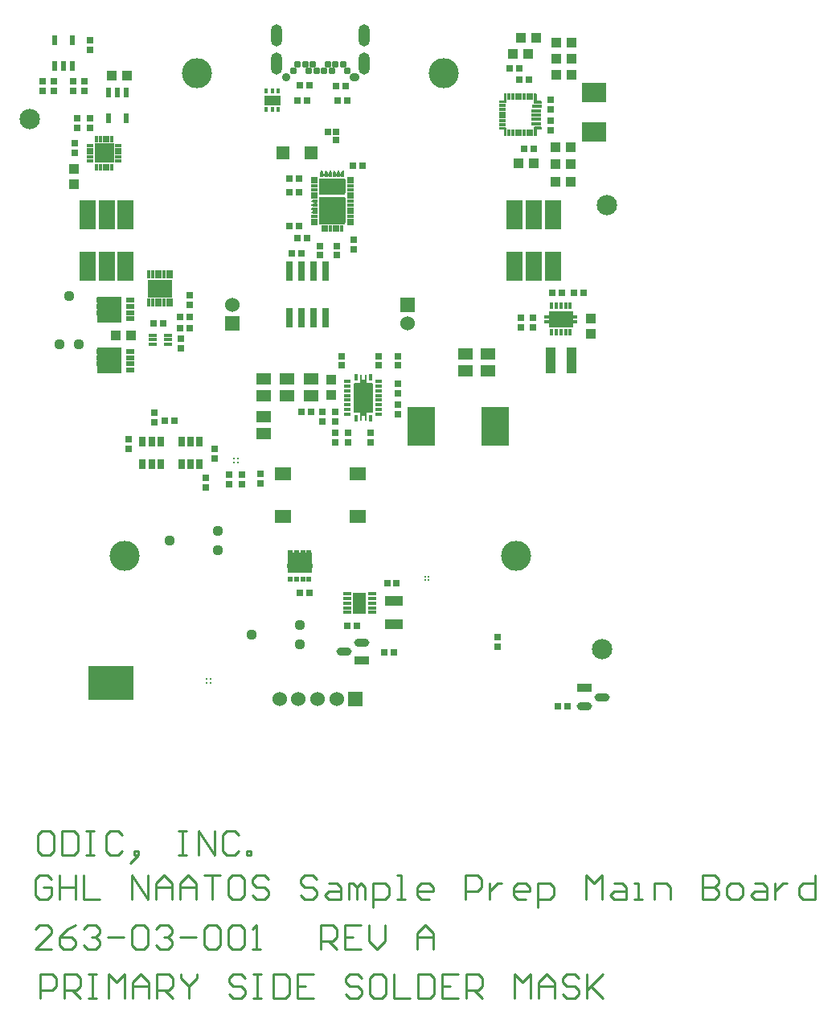
<source format=gts>
G04*
G04 #@! TF.GenerationSoftware,Altium Limited,Altium Designer,24.9.1 (31)*
G04*
G04 Layer_Color=8388736*
%FSLAX44Y44*%
%MOMM*%
G71*
G04*
G04 #@! TF.SameCoordinates,6C7A866E-41A3-4D12-9BD4-ECE58917465C*
G04*
G04*
G04 #@! TF.FilePolarity,Negative*
G04*
G01*
G75*
%ADD18C,0.2540*%
%ADD64C,0.2200*%
%ADD65R,0.7270X1.0270*%
%ADD66R,0.4270X0.5770*%
%ADD67R,1.7270X1.1270*%
%ADD68R,0.7270X2.1270*%
%ADD69R,0.7270X0.7270*%
%ADD70R,0.7270X0.7270*%
%ADD71R,2.7770X1.6570*%
%ADD72R,2.7770X2.8470*%
%ADD73R,0.7270X0.3270*%
%ADD74R,0.5270X0.3270*%
%ADD75R,0.3270X0.5270*%
%ADD76R,0.3270X0.7270*%
%ADD77R,2.0269X2.0269*%
%ADD78R,1.3770X1.3770*%
%ADD79R,1.1270X1.0770*%
%ADD80R,0.3310X0.8334*%
%ADD81R,2.5146X1.8288*%
%ADD82R,0.8382X0.3810*%
%ADD83R,1.4270X2.3270*%
%ADD84R,0.8270X0.5270*%
%ADD85R,2.6370X2.6770*%
%ADD86R,1.9270X1.1270*%
%ADD87R,1.6092X0.8165*%
G04:AMPARAMS|DCode=88|XSize=1.6092mm|YSize=0.8165mm|CornerRadius=0.4082mm|HoleSize=0mm|Usage=FLASHONLY|Rotation=180.000|XOffset=0mm|YOffset=0mm|HoleType=Round|Shape=RoundedRectangle|*
%AMROUNDEDRECTD88*
21,1,1.6092,0.0000,0,0,180.0*
21,1,0.7928,0.8165,0,0,180.0*
1,1,0.8165,-0.3964,0.0000*
1,1,0.8165,0.3964,0.0000*
1,1,0.8165,0.3964,0.0000*
1,1,0.8165,-0.3964,0.0000*
%
%ADD88ROUNDEDRECTD88*%
%ADD89R,0.3416X0.7016*%
%ADD90R,2.5016X1.7516*%
%ADD91R,2.6270X2.0270*%
%ADD92R,1.0770X1.1270*%
%ADD93R,2.8770X4.1270*%
%ADD94R,2.0500X3.0500*%
%ADD95R,0.7016X0.3416*%
%ADD96R,0.6270X1.1326*%
%ADD97R,1.1270X2.8270*%
%ADD98R,1.5770X1.2770*%
%ADD99R,0.4770X0.6270*%
%ADD100R,1.7270X3.1270*%
%ADD101R,1.6770X1.4270*%
%ADD102R,4.8270X3.5570*%
%ADD103C,0.2916*%
%ADD104R,0.3000X0.7000*%
%ADD105C,0.2575*%
%ADD106R,0.7000X0.3000*%
%ADD107C,0.2750*%
%ADD108R,0.3000X0.8000*%
%ADD109R,0.3000X0.7500*%
%ADD110R,0.3000X0.7800*%
%ADD111R,1.1000X0.3000*%
%ADD112R,1.0500X0.3000*%
%ADD113R,0.9270X0.3770*%
%ADD114R,0.8270X0.3770*%
%ADD115R,1.0270X1.1270*%
%ADD116C,2.1430*%
%ADD117C,1.1176*%
%ADD118O,1.2270X2.3270*%
%ADD119C,0.7770*%
%ADD120O,1.0770X0.8770*%
%ADD121C,0.8770*%
%ADD122C,1.5240*%
%ADD123R,1.5240X1.5240*%
%ADD124R,1.5240X1.5240*%
%ADD125C,3.1750*%
G36*
X521813Y687888D02*
X521113Y687188D01*
X513812D01*
Y689588D01*
X514412Y690188D01*
X518812D01*
X518812Y696588D01*
X519412Y697188D01*
X521813D01*
Y687888D01*
D02*
G37*
G36*
X553812Y696388D02*
Y689688D01*
X558112Y689688D01*
X558812Y688988D01*
Y687388D01*
X558112Y686688D01*
X551512Y686688D01*
X550812Y687388D01*
X550812Y697188D01*
X553013D01*
X553812Y696388D01*
D02*
G37*
G36*
X521012Y662188D02*
X521813Y661388D01*
X521813Y652188D01*
X519512D01*
X518812Y652888D01*
Y659188D01*
X514612Y659188D01*
X513812Y659988D01*
X513812Y662188D01*
X521012Y662188D01*
D02*
G37*
G36*
X558812Y662088D02*
Y660388D01*
X558112Y659688D01*
X553812D01*
Y652888D01*
X553112Y652188D01*
X550812D01*
X550812Y661988D01*
X551512Y662688D01*
X558212Y662688D01*
X558812Y662088D01*
D02*
G37*
G36*
X350795Y615426D02*
Y610426D01*
X350295Y609926D01*
X339765D01*
X339265Y610426D01*
Y612926D01*
X339265Y615426D01*
X339765Y615926D01*
X340765Y615926D01*
X341265Y615426D01*
X341265Y613176D01*
X341765Y612676D01*
X343265D01*
X343765Y613176D01*
Y615426D01*
X344265Y615926D01*
X345265Y615926D01*
X345765Y615426D01*
X345765Y613176D01*
X346265Y612676D01*
X347765D01*
X348265Y613176D01*
Y615426D01*
X348765Y615926D01*
X350295Y615926D01*
X350795Y615426D01*
D02*
G37*
G36*
X336765Y615926D02*
X337265Y615426D01*
X337265Y612926D01*
Y610426D01*
X336765Y609926D01*
X326235D01*
X325735Y610426D01*
Y615426D01*
X326235Y615926D01*
X327765Y615926D01*
X328265Y615426D01*
Y613176D01*
X328765Y612676D01*
X330265D01*
X330765Y613176D01*
X330765Y615426D01*
X331265Y615926D01*
X332265Y615926D01*
X332765Y615426D01*
Y613176D01*
X333265Y612676D01*
X334765D01*
X335265Y613176D01*
Y615426D01*
X335765Y615926D01*
X336765Y615926D01*
D02*
G37*
G36*
X360765Y608426D02*
Y607426D01*
X359765Y606426D01*
X354765D01*
X353765Y607426D01*
Y608426D01*
X354765Y609426D01*
X359765D01*
X360765Y608426D01*
D02*
G37*
G36*
X322765D02*
Y607426D01*
X321765Y606426D01*
X316765D01*
X315765Y607426D01*
Y608426D01*
X316765Y609426D01*
X321765D01*
X322765Y608426D01*
D02*
G37*
G36*
X360765Y604426D02*
Y603426D01*
X359765Y602426D01*
X354765D01*
X353765Y603426D01*
Y604426D01*
X354765Y605426D01*
X359765D01*
X360765Y604426D01*
D02*
G37*
G36*
X322765D02*
Y603426D01*
X321765Y602426D01*
X316765D01*
X315765Y603426D01*
Y604426D01*
X316765Y605426D01*
X321765D01*
X322765Y604426D01*
D02*
G37*
G36*
X360765Y600426D02*
Y599426D01*
X359765Y598426D01*
X354765D01*
X353765Y599426D01*
Y600426D01*
X354765Y601426D01*
X359765D01*
X360765Y600426D01*
D02*
G37*
G36*
X322765D02*
Y599426D01*
X321765Y598426D01*
X316765D01*
X315765Y599426D01*
Y600426D01*
X316765Y601426D01*
X321765D01*
X322765Y600426D01*
D02*
G37*
G36*
X360765Y596426D02*
Y595426D01*
X359765Y594426D01*
X354765D01*
X353765Y595426D01*
Y596426D01*
X354765Y597426D01*
X359765D01*
X360765Y596426D01*
D02*
G37*
G36*
X322765D02*
Y595426D01*
X321765Y594426D01*
X316765D01*
X315765Y595426D01*
Y596426D01*
X316765Y597426D01*
X321765D01*
X322765Y596426D01*
D02*
G37*
G36*
X352015Y606676D02*
Y592376D01*
X351015Y591376D01*
X325515D01*
X324515Y592376D01*
Y606676D01*
X325515Y607676D01*
X351015D01*
X352015Y606676D01*
D02*
G37*
G36*
X360765Y592426D02*
Y591426D01*
X359765Y590426D01*
X354765D01*
X353765Y591426D01*
Y592426D01*
X354765Y593426D01*
X359765D01*
X360765Y592426D01*
D02*
G37*
G36*
X322765D02*
Y591426D01*
X321765Y590426D01*
X316765D01*
X315765Y591426D01*
Y592426D01*
X316765Y593426D01*
X321765D01*
X322765Y592426D01*
D02*
G37*
G36*
X360765Y588426D02*
Y587426D01*
X359765Y586426D01*
X354765D01*
X353765Y587426D01*
Y588426D01*
X354765Y589426D01*
X359765D01*
X360765Y588426D01*
D02*
G37*
G36*
X322765D02*
Y587426D01*
X321765Y586426D01*
X316765D01*
X315765Y587426D01*
Y588426D01*
X316765Y589426D01*
X321765D01*
X322765Y588426D01*
D02*
G37*
G36*
X360765Y584426D02*
Y583426D01*
X359765Y582426D01*
X354765D01*
X353765Y583426D01*
Y584426D01*
X354765Y585426D01*
X359765D01*
X360765Y584426D01*
D02*
G37*
G36*
X322265Y584426D02*
Y579426D01*
X321765Y578926D01*
X316765D01*
X316265Y579426D01*
Y580426D01*
X316765Y580926D01*
X319015Y580926D01*
X319515Y581426D01*
Y582426D01*
X319015Y582926D01*
X316765Y582926D01*
X316265Y583426D01*
Y584426D01*
X316765Y584926D01*
X321765D01*
X322265Y584426D01*
D02*
G37*
G36*
X360765Y580426D02*
Y579426D01*
X359765Y578426D01*
X354765D01*
X353765Y579426D01*
Y580426D01*
X354765Y581426D01*
X359765D01*
X360765Y580426D01*
D02*
G37*
G36*
Y576426D02*
Y575426D01*
X359765Y574426D01*
X354765D01*
X353765Y575426D01*
Y576426D01*
X354765Y577426D01*
X359765D01*
X360765Y576426D01*
D02*
G37*
G36*
X322265Y576426D02*
X322265Y571426D01*
X321765Y570926D01*
X316765D01*
X316265Y571426D01*
Y572426D01*
X316765Y572926D01*
X319015Y572926D01*
X319515Y573426D01*
Y574426D01*
X319015Y574926D01*
X316765Y574926D01*
X316265Y575426D01*
Y576426D01*
X316765Y576926D01*
X321765D01*
X322265Y576426D01*
D02*
G37*
G36*
X360765Y572426D02*
Y571426D01*
X359765Y570426D01*
X354765D01*
X353765Y571426D01*
Y572426D01*
X354765Y573426D01*
X359765D01*
X360765Y572426D01*
D02*
G37*
G36*
Y568426D02*
Y567426D01*
X359765Y566426D01*
X354765D01*
X353765Y567426D01*
Y568426D01*
X354765Y569426D01*
X359765D01*
X360765Y568426D01*
D02*
G37*
G36*
X322765D02*
Y567426D01*
X321765Y566426D01*
X316765D01*
X315765Y567426D01*
Y568426D01*
X316765Y569426D01*
X321765D01*
X322765Y568426D01*
D02*
G37*
G36*
X360765Y564426D02*
Y563426D01*
X359765Y562426D01*
X354765D01*
X353765Y563426D01*
Y564426D01*
X354765Y565426D01*
X359765D01*
X360765Y564426D01*
D02*
G37*
G36*
X322765D02*
Y563426D01*
X321765Y562426D01*
X316765D01*
X315765Y563426D01*
Y564426D01*
X316765Y565426D01*
X321765D01*
X322765Y564426D01*
D02*
G37*
G36*
X352015Y587376D02*
Y561176D01*
X351015Y560176D01*
X325515D01*
X324515Y561176D01*
Y587376D01*
X325515Y588376D01*
X351015D01*
X352015Y587376D01*
D02*
G37*
G36*
X360765Y560426D02*
Y559426D01*
X359765Y558426D01*
X354765D01*
X353765Y559426D01*
Y560426D01*
X354765Y561426D01*
X359765D01*
X360765Y560426D01*
D02*
G37*
G36*
X322765D02*
Y559426D01*
X321765Y558426D01*
X316765D01*
X315765Y559426D01*
Y560426D01*
X316765Y561426D01*
X321765D01*
X322765Y560426D01*
D02*
G37*
G36*
X349765Y557426D02*
Y552426D01*
X348765Y551426D01*
X347765D01*
X346765Y552426D01*
Y557426D01*
X347765Y558426D01*
X348765D01*
X349765Y557426D01*
D02*
G37*
G36*
X345765D02*
Y552426D01*
X344765Y551426D01*
X343765D01*
X342765Y552426D01*
Y557426D01*
X343765Y558426D01*
X344765D01*
X345765Y557426D01*
D02*
G37*
G36*
X341765D02*
Y552426D01*
X340765Y551426D01*
X339765D01*
X338765Y552426D01*
Y557426D01*
X339765Y558426D01*
X340765D01*
X341765Y557426D01*
D02*
G37*
G36*
X337765D02*
Y552426D01*
X336765Y551426D01*
X335765D01*
X334765Y552426D01*
Y557426D01*
X335765Y558426D01*
X336765D01*
X337765Y557426D01*
D02*
G37*
G36*
X333765D02*
Y552426D01*
X332765Y551426D01*
X331765D01*
X330765Y552426D01*
Y557426D01*
X331765Y558426D01*
X332765D01*
X333765Y557426D01*
D02*
G37*
G36*
X329765D02*
Y552426D01*
X328765Y551426D01*
X327765D01*
X326765Y552426D01*
Y557426D01*
X327765Y558426D01*
X328765D01*
X329765Y557426D01*
D02*
G37*
G36*
X596500Y460500D02*
X591000D01*
Y464000D01*
X596500D01*
Y460500D01*
D02*
G37*
G36*
X567000D02*
X561500D01*
Y464000D01*
X567000D01*
Y460500D01*
D02*
G37*
G36*
X115171Y482240D02*
X115271Y482210D01*
X115363Y482160D01*
X115444Y482094D01*
X115510Y482013D01*
X115560Y481921D01*
X115590Y481821D01*
X115600Y481717D01*
Y458283D01*
X115590Y458179D01*
X115560Y458079D01*
X115510Y457987D01*
X115444Y457906D01*
X115363Y457840D01*
X115271Y457790D01*
X115171Y457760D01*
X115068Y457750D01*
X98383D01*
X98279Y457760D01*
X98179Y457790D01*
X98087Y457840D01*
X98006Y457906D01*
X97940Y457987D01*
X97891Y458079D01*
X97860Y458179D01*
X97850Y458283D01*
Y458750D01*
X95750D01*
Y461750D01*
X97850D01*
Y465250D01*
X95750D01*
Y468250D01*
X97850D01*
Y471750D01*
X95750D01*
Y474750D01*
X97850D01*
Y478250D01*
X95750D01*
Y481250D01*
X97850D01*
Y481717D01*
X97860Y481821D01*
X97891Y481921D01*
X97940Y482013D01*
X98006Y482094D01*
X98087Y482160D01*
X98179Y482210D01*
X98279Y482240D01*
X98383Y482250D01*
X115068D01*
X115171Y482240D01*
D02*
G37*
G36*
X596500Y455500D02*
X591000D01*
Y459000D01*
X596500D01*
Y455500D01*
D02*
G37*
G36*
X567000D02*
X561500D01*
Y459000D01*
X567000D01*
Y455500D01*
D02*
G37*
G36*
X115171Y428240D02*
X115271Y428209D01*
X115363Y428160D01*
X115444Y428094D01*
X115510Y428013D01*
X115560Y427921D01*
X115590Y427821D01*
X115600Y427718D01*
Y404282D01*
X115590Y404179D01*
X115560Y404079D01*
X115510Y403987D01*
X115444Y403906D01*
X115363Y403840D01*
X115271Y403791D01*
X115171Y403760D01*
X115068Y403750D01*
X98383D01*
X98279Y403760D01*
X98179Y403791D01*
X98087Y403840D01*
X98006Y403906D01*
X97940Y403987D01*
X97891Y404079D01*
X97860Y404179D01*
X97850Y404282D01*
Y404750D01*
X95750D01*
Y407750D01*
X97850D01*
Y411250D01*
X95750D01*
Y414250D01*
X97850D01*
Y417750D01*
X95750D01*
Y420750D01*
X97850D01*
Y424250D01*
X95750D01*
Y427250D01*
X97850D01*
Y427718D01*
X97860Y427821D01*
X97891Y427921D01*
X97940Y428013D01*
X98006Y428094D01*
X98087Y428160D01*
X98179Y428209D01*
X98279Y428240D01*
X98383Y428250D01*
X115068D01*
X115171Y428240D01*
D02*
G37*
G36*
X374749Y400794D02*
Y392751D01*
X374759Y392653D01*
X374787Y392559D01*
X374833Y392473D01*
X374896Y392397D01*
X374971Y392335D01*
X375058Y392289D01*
X375152Y392260D01*
X375249Y392251D01*
X380542D01*
X381249Y391544D01*
Y362458D01*
X380542Y361751D01*
X375249D01*
X375152Y361741D01*
X375058Y361713D01*
X374971Y361666D01*
X374896Y361604D01*
X374833Y361529D01*
X374787Y361442D01*
X374759Y361348D01*
X374749Y361251D01*
Y353208D01*
X374042Y352501D01*
X373456D01*
X372749Y353208D01*
Y357251D01*
X372740Y357348D01*
X372711Y357442D01*
X372665Y357528D01*
X372603Y357604D01*
X372527Y357667D01*
X372441Y357713D01*
X372347Y357741D01*
X372249Y357751D01*
X369749D01*
X369652Y357741D01*
X369558Y357713D01*
X369471Y357667D01*
X369396Y357604D01*
X369333Y357528D01*
X369287Y357442D01*
X369259Y357348D01*
X369249Y357251D01*
Y353208D01*
X368542Y352501D01*
X367956D01*
X367249Y353208D01*
Y361251D01*
X367240Y361348D01*
X367211Y361442D01*
X367165Y361529D01*
X367103Y361604D01*
X367027Y361666D01*
X366940Y361713D01*
X366847Y361741D01*
X366749Y361751D01*
X361456D01*
X360749Y362458D01*
Y391544D01*
X361456Y392251D01*
X366749D01*
X366847Y392260D01*
X366940Y392289D01*
X367027Y392335D01*
X367103Y392397D01*
X367165Y392473D01*
X367211Y392559D01*
X367240Y392653D01*
X367249Y392751D01*
Y400794D01*
X367956Y401501D01*
X368542D01*
X369249Y400794D01*
Y396751D01*
X369259Y396653D01*
X369287Y396559D01*
X369333Y396473D01*
X369396Y396397D01*
X369471Y396335D01*
X369558Y396289D01*
X369652Y396260D01*
X369749Y396251D01*
X372249D01*
X372347Y396260D01*
X372441Y396289D01*
X372527Y396335D01*
X372603Y396397D01*
X372665Y396473D01*
X372711Y396559D01*
X372740Y396653D01*
X372749Y396751D01*
Y400794D01*
X373456Y401501D01*
X374042D01*
X374749Y400794D01*
D02*
G37*
G36*
X316750Y202250D02*
X317500D01*
Y197750D01*
X316750D01*
Y193250D01*
X291250D01*
Y197750D01*
X290500D01*
Y202250D01*
X291250D01*
Y214000D01*
X316750D01*
Y202250D01*
D02*
G37*
D18*
X30904Y-255180D02*
Y-229788D01*
X43600D01*
X47832Y-234021D01*
Y-242484D01*
X43600Y-246716D01*
X30904D01*
X56296Y-255180D02*
Y-229788D01*
X68992D01*
X73224Y-234021D01*
Y-242484D01*
X68992Y-246716D01*
X56296D01*
X64760D02*
X73224Y-255180D01*
X81688Y-229788D02*
X90152D01*
X85920D01*
Y-255180D01*
X81688D01*
X90152D01*
X102848D02*
Y-229788D01*
X111312Y-238253D01*
X119775Y-229788D01*
Y-255180D01*
X128239D02*
Y-238253D01*
X136703Y-229788D01*
X145167Y-238253D01*
Y-255180D01*
Y-242484D01*
X128239D01*
X153631Y-255180D02*
Y-229788D01*
X166327D01*
X170559Y-234021D01*
Y-242484D01*
X166327Y-246716D01*
X153631D01*
X162095D02*
X170559Y-255180D01*
X179023Y-229788D02*
Y-234021D01*
X187487Y-242484D01*
X195951Y-234021D01*
Y-229788D01*
X187487Y-242484D02*
Y-255180D01*
X246735Y-234021D02*
X242502Y-229788D01*
X234039D01*
X229807Y-234021D01*
Y-238253D01*
X234039Y-242484D01*
X242502D01*
X246735Y-246716D01*
Y-250948D01*
X242502Y-255180D01*
X234039D01*
X229807Y-250948D01*
X255198Y-229788D02*
X263662D01*
X259430D01*
Y-255180D01*
X255198D01*
X263662D01*
X276358Y-229788D02*
Y-255180D01*
X289054D01*
X293286Y-250948D01*
Y-234021D01*
X289054Y-229788D01*
X276358D01*
X318678D02*
X301750D01*
Y-255180D01*
X318678D01*
X301750Y-242484D02*
X310214D01*
X369462Y-234021D02*
X365229Y-229788D01*
X356766D01*
X352534Y-234021D01*
Y-238253D01*
X356766Y-242484D01*
X365229D01*
X369462Y-246716D01*
Y-250948D01*
X365229Y-255180D01*
X356766D01*
X352534Y-250948D01*
X390621Y-229788D02*
X382157D01*
X377925Y-234021D01*
Y-250948D01*
X382157Y-255180D01*
X390621D01*
X394853Y-250948D01*
Y-234021D01*
X390621Y-229788D01*
X403317D02*
Y-255180D01*
X420245D01*
X428709Y-229788D02*
Y-255180D01*
X441405D01*
X445637Y-250948D01*
Y-234021D01*
X441405Y-229788D01*
X428709D01*
X471029D02*
X454101D01*
Y-255180D01*
X471029D01*
X454101Y-242484D02*
X462565D01*
X479493Y-255180D02*
Y-229788D01*
X492188D01*
X496420Y-234021D01*
Y-242484D01*
X492188Y-246716D01*
X479493D01*
X487957D02*
X496420Y-255180D01*
X530276D02*
Y-229788D01*
X538740Y-238253D01*
X547204Y-229788D01*
Y-255180D01*
X555668D02*
Y-238253D01*
X564132Y-229788D01*
X572596Y-238253D01*
Y-255180D01*
Y-242484D01*
X555668D01*
X597988Y-234021D02*
X593756Y-229788D01*
X585292D01*
X581060Y-234021D01*
Y-238253D01*
X585292Y-242484D01*
X593756D01*
X597988Y-246716D01*
Y-250948D01*
X593756Y-255180D01*
X585292D01*
X581060Y-250948D01*
X606452Y-229788D02*
Y-255180D01*
Y-246716D01*
X623379Y-229788D01*
X610684Y-242484D01*
X623379Y-255180D01*
X40860Y-78511D02*
X32396D01*
X28164Y-82743D01*
Y-99670D01*
X32396Y-103902D01*
X40860D01*
X45092Y-99670D01*
Y-82743D01*
X40860Y-78511D01*
X53556D02*
Y-103902D01*
X66252D01*
X70484Y-99670D01*
Y-82743D01*
X66252Y-78511D01*
X53556D01*
X78948D02*
X87412D01*
X83180D01*
Y-103902D01*
X78948D01*
X87412D01*
X117036Y-82743D02*
X112803Y-78511D01*
X104340D01*
X100108Y-82743D01*
Y-99670D01*
X104340Y-103902D01*
X112803D01*
X117036Y-99670D01*
X129731Y-108134D02*
X133963Y-103902D01*
Y-99670D01*
X129731D01*
Y-103902D01*
X133963D01*
X129731Y-108134D01*
X125499Y-112366D01*
X176283Y-78511D02*
X184747D01*
X180515D01*
Y-103902D01*
X176283D01*
X184747D01*
X197443D02*
Y-78511D01*
X214371Y-103902D01*
Y-78511D01*
X239762Y-82743D02*
X235530Y-78511D01*
X227067D01*
X222835Y-82743D01*
Y-99670D01*
X227067Y-103902D01*
X235530D01*
X239762Y-99670D01*
X248226Y-103902D02*
Y-99670D01*
X252458D01*
Y-103902D01*
X248226D01*
X42345Y-129868D02*
X38114Y-125636D01*
X29650D01*
X25418Y-129868D01*
Y-146796D01*
X29650Y-151028D01*
X38114D01*
X42345Y-146796D01*
Y-138332D01*
X33882D01*
X50809Y-125636D02*
Y-151028D01*
Y-138332D01*
X67737D01*
Y-125636D01*
Y-151028D01*
X76201Y-125636D02*
Y-151028D01*
X93129D01*
X126985D02*
Y-125636D01*
X143913Y-151028D01*
Y-125636D01*
X152377Y-151028D02*
Y-134100D01*
X160841Y-125636D01*
X169305Y-134100D01*
Y-151028D01*
Y-138332D01*
X152377D01*
X177768Y-151028D02*
Y-134100D01*
X186232Y-125636D01*
X194696Y-134100D01*
Y-151028D01*
Y-138332D01*
X177768D01*
X203160Y-125636D02*
X220088D01*
X211624D01*
Y-151028D01*
X241248Y-125636D02*
X232784D01*
X228552Y-129868D01*
Y-146796D01*
X232784Y-151028D01*
X241248D01*
X245480Y-146796D01*
Y-129868D01*
X241248Y-125636D01*
X270872Y-129868D02*
X266640Y-125636D01*
X258176D01*
X253944Y-129868D01*
Y-134100D01*
X258176Y-138332D01*
X266640D01*
X270872Y-142564D01*
Y-146796D01*
X266640Y-151028D01*
X258176D01*
X253944Y-146796D01*
X321655Y-129868D02*
X317423Y-125636D01*
X308959D01*
X304727Y-129868D01*
Y-134100D01*
X308959Y-138332D01*
X317423D01*
X321655Y-142564D01*
Y-146796D01*
X317423Y-151028D01*
X308959D01*
X304727Y-146796D01*
X334351Y-134100D02*
X342815D01*
X347047Y-138332D01*
Y-151028D01*
X334351D01*
X330119Y-146796D01*
X334351Y-142564D01*
X347047D01*
X355511Y-151028D02*
Y-134100D01*
X359743D01*
X363975Y-138332D01*
Y-151028D01*
Y-138332D01*
X368207Y-134100D01*
X372439Y-138332D01*
Y-151028D01*
X380903Y-159492D02*
Y-134100D01*
X393599D01*
X397831Y-138332D01*
Y-146796D01*
X393599Y-151028D01*
X380903D01*
X406295D02*
X414759D01*
X410527D01*
Y-125636D01*
X406295D01*
X440150Y-151028D02*
X431686D01*
X427454Y-146796D01*
Y-138332D01*
X431686Y-134100D01*
X440150D01*
X444382Y-138332D01*
Y-142564D01*
X427454D01*
X478238Y-151028D02*
Y-125636D01*
X490934D01*
X495166Y-129868D01*
Y-138332D01*
X490934Y-142564D01*
X478238D01*
X503630Y-134100D02*
Y-151028D01*
Y-142564D01*
X507862Y-138332D01*
X512094Y-134100D01*
X516326D01*
X541717Y-151028D02*
X533254D01*
X529022Y-146796D01*
Y-138332D01*
X533254Y-134100D01*
X541717D01*
X545950Y-138332D01*
Y-142564D01*
X529022D01*
X554413Y-159492D02*
Y-134100D01*
X567109D01*
X571341Y-138332D01*
Y-146796D01*
X567109Y-151028D01*
X554413D01*
X605197D02*
Y-125636D01*
X613661Y-134100D01*
X622125Y-125636D01*
Y-151028D01*
X634821Y-134100D02*
X643285D01*
X647517Y-138332D01*
Y-151028D01*
X634821D01*
X630589Y-146796D01*
X634821Y-142564D01*
X647517D01*
X655981Y-151028D02*
X664445D01*
X660213D01*
Y-134100D01*
X655981D01*
X677140Y-151028D02*
Y-134100D01*
X689836D01*
X694068Y-138332D01*
Y-151028D01*
X727924Y-125636D02*
Y-151028D01*
X740620D01*
X744852Y-146796D01*
Y-142564D01*
X740620Y-138332D01*
X727924D01*
X740620D01*
X744852Y-134100D01*
Y-129868D01*
X740620Y-125636D01*
X727924D01*
X757548Y-151028D02*
X766012D01*
X770244Y-146796D01*
Y-138332D01*
X766012Y-134100D01*
X757548D01*
X753316Y-138332D01*
Y-146796D01*
X757548Y-151028D01*
X782940Y-134100D02*
X791404D01*
X795636Y-138332D01*
Y-151028D01*
X782940D01*
X778708Y-146796D01*
X782940Y-142564D01*
X795636D01*
X804099Y-134100D02*
Y-151028D01*
Y-142564D01*
X808331Y-138332D01*
X812563Y-134100D01*
X816795D01*
X846419Y-125636D02*
Y-151028D01*
X833723D01*
X829491Y-146796D01*
Y-138332D01*
X833723Y-134100D01*
X846419D01*
X42732Y-203110D02*
X25804D01*
X42732Y-186182D01*
Y-181950D01*
X38500Y-177719D01*
X30036D01*
X25804Y-181950D01*
X68124Y-177719D02*
X59660Y-181950D01*
X51196Y-190415D01*
Y-198878D01*
X55428Y-203110D01*
X63892D01*
X68124Y-198878D01*
Y-194646D01*
X63892Y-190415D01*
X51196D01*
X76588Y-181950D02*
X80820Y-177719D01*
X89284D01*
X93516Y-181950D01*
Y-186182D01*
X89284Y-190415D01*
X85052D01*
X89284D01*
X93516Y-194646D01*
Y-198878D01*
X89284Y-203110D01*
X80820D01*
X76588Y-198878D01*
X101980Y-190415D02*
X118907D01*
X127371Y-181950D02*
X131603Y-177719D01*
X140067D01*
X144299Y-181950D01*
Y-198878D01*
X140067Y-203110D01*
X131603D01*
X127371Y-198878D01*
Y-181950D01*
X152763D02*
X156995Y-177719D01*
X165459D01*
X169691Y-181950D01*
Y-186182D01*
X165459Y-190415D01*
X161227D01*
X165459D01*
X169691Y-194646D01*
Y-198878D01*
X165459Y-203110D01*
X156995D01*
X152763Y-198878D01*
X178155Y-190415D02*
X195083D01*
X203547Y-181950D02*
X207779Y-177719D01*
X216243D01*
X220475Y-181950D01*
Y-198878D01*
X216243Y-203110D01*
X207779D01*
X203547Y-198878D01*
Y-181950D01*
X228939D02*
X233171Y-177719D01*
X241634D01*
X245866Y-181950D01*
Y-198878D01*
X241634Y-203110D01*
X233171D01*
X228939Y-198878D01*
Y-181950D01*
X254330Y-203110D02*
X262794D01*
X258562D01*
Y-177719D01*
X254330Y-181950D01*
X326274Y-203110D02*
Y-177719D01*
X338970D01*
X343202Y-181950D01*
Y-190415D01*
X338970Y-194646D01*
X326274D01*
X334738D02*
X343202Y-203110D01*
X368593Y-177719D02*
X351666D01*
Y-203110D01*
X368593D01*
X351666Y-190415D02*
X360130D01*
X377057Y-177719D02*
Y-194646D01*
X385521Y-203110D01*
X393985Y-194646D01*
Y-177719D01*
X427841Y-203110D02*
Y-186182D01*
X436305Y-177719D01*
X444769Y-186182D01*
Y-203110D01*
Y-190415D01*
X427841D01*
D64*
X210000Y77000D02*
D03*
X206000D02*
D03*
X210000Y81000D02*
D03*
X206000D02*
D03*
X235000Y313000D02*
D03*
X239000D02*
D03*
X235000Y309000D02*
D03*
X239000D02*
D03*
X435999Y189000D02*
D03*
X440000D02*
D03*
X435999Y185000D02*
D03*
X440000D02*
D03*
D65*
X138500Y331000D02*
D03*
X148000D02*
D03*
X157500D02*
D03*
Y307000D02*
D03*
X148000D02*
D03*
X138500D02*
D03*
X179500Y331000D02*
D03*
X189000D02*
D03*
X198500D02*
D03*
Y307000D02*
D03*
X189000D02*
D03*
X179500D02*
D03*
D66*
X275000Y699750D02*
D03*
Y680250D02*
D03*
X281500Y699750D02*
D03*
Y680250D02*
D03*
X268500Y699750D02*
D03*
Y680250D02*
D03*
D67*
X275000Y690000D02*
D03*
D68*
X306000Y510000D02*
D03*
X318700D02*
D03*
X306000Y461000D02*
D03*
X318700D02*
D03*
X293300Y510000D02*
D03*
X331400D02*
D03*
X293300Y461000D02*
D03*
X331400D02*
D03*
D69*
X306000Y529000D02*
D03*
X296000D02*
D03*
X312000Y545000D02*
D03*
X302000D02*
D03*
X370000Y621000D02*
D03*
X360000D02*
D03*
X303265Y592926D02*
D03*
X293265D02*
D03*
X178000Y462000D02*
D03*
X188000D02*
D03*
X162000Y353000D02*
D03*
X172000D02*
D03*
X150000Y455000D02*
D03*
X160000D02*
D03*
X396000Y182000D02*
D03*
X406000D02*
D03*
X354000Y137000D02*
D03*
X364000D02*
D03*
X403000Y109000D02*
D03*
X393000D02*
D03*
X352000Y705000D02*
D03*
X342000D02*
D03*
X304000Y706000D02*
D03*
X314000D02*
D03*
X550312Y638688D02*
D03*
X540312D02*
D03*
X525312Y723688D02*
D03*
X535312D02*
D03*
X293250Y558000D02*
D03*
X303250D02*
D03*
X302000Y690000D02*
D03*
X312000D02*
D03*
X354000D02*
D03*
X344000D02*
D03*
X293265Y607926D02*
D03*
X303265D02*
D03*
X316000Y362000D02*
D03*
X306000D02*
D03*
X593000Y487500D02*
D03*
X603000D02*
D03*
X570000D02*
D03*
X580000D02*
D03*
X304000Y172000D02*
D03*
X314000D02*
D03*
X586000Y52000D02*
D03*
X576000D02*
D03*
X535312Y711688D02*
D03*
X545312D02*
D03*
X178000Y450000D02*
D03*
X188000D02*
D03*
D70*
X361000Y543000D02*
D03*
Y533000D02*
D03*
X67000Y645000D02*
D03*
Y635000D02*
D03*
X83000Y753000D02*
D03*
Y743000D02*
D03*
X188000Y485000D02*
D03*
Y475000D02*
D03*
X230000Y296000D02*
D03*
Y286000D02*
D03*
X243000Y296000D02*
D03*
Y286000D02*
D03*
X263000Y297000D02*
D03*
Y287000D02*
D03*
X512000Y125000D02*
D03*
Y115000D02*
D03*
X205000Y292500D02*
D03*
Y282500D02*
D03*
X214000Y313000D02*
D03*
Y323000D02*
D03*
X151000Y351000D02*
D03*
Y361000D02*
D03*
X124000Y323000D02*
D03*
Y333000D02*
D03*
X537000Y451500D02*
D03*
Y461500D02*
D03*
X33000Y710000D02*
D03*
Y700000D02*
D03*
X65000Y710000D02*
D03*
Y700000D02*
D03*
X343000Y537000D02*
D03*
Y527000D02*
D03*
X325000Y537000D02*
D03*
Y527000D02*
D03*
X45000Y700000D02*
D03*
Y710000D02*
D03*
X77000Y700000D02*
D03*
Y710000D02*
D03*
X342500Y657000D02*
D03*
Y648000D02*
D03*
X333500Y657000D02*
D03*
X407000Y392000D02*
D03*
Y382000D02*
D03*
Y370000D02*
D03*
Y360000D02*
D03*
X328000Y352000D02*
D03*
Y362000D02*
D03*
X379000Y330000D02*
D03*
Y340000D02*
D03*
X550000Y461500D02*
D03*
Y451500D02*
D03*
X407000Y421000D02*
D03*
Y411000D02*
D03*
X341000Y340000D02*
D03*
Y330000D02*
D03*
Y362000D02*
D03*
Y352000D02*
D03*
X355000Y340000D02*
D03*
Y330000D02*
D03*
X387000Y411000D02*
D03*
Y421000D02*
D03*
X348000D02*
D03*
Y411000D02*
D03*
X70000Y671000D02*
D03*
Y661000D02*
D03*
X83000D02*
D03*
Y671000D02*
D03*
X568312Y668688D02*
D03*
Y658688D02*
D03*
Y680688D02*
D03*
Y690688D02*
D03*
X179000Y429000D02*
D03*
Y439000D02*
D03*
D71*
X338265Y599526D02*
D03*
D72*
Y574276D02*
D03*
D73*
X319265Y559926D02*
D03*
Y563926D02*
D03*
Y567926D02*
D03*
Y587926D02*
D03*
Y591926D02*
D03*
Y595926D02*
D03*
Y599926D02*
D03*
Y603926D02*
D03*
Y607926D02*
D03*
X357265D02*
D03*
Y603926D02*
D03*
Y599926D02*
D03*
Y595926D02*
D03*
Y591926D02*
D03*
Y587926D02*
D03*
Y583926D02*
D03*
Y579926D02*
D03*
Y575926D02*
D03*
Y571926D02*
D03*
Y567926D02*
D03*
Y563926D02*
D03*
Y559926D02*
D03*
X112500Y630500D02*
D03*
X83500Y634500D02*
D03*
X112500D02*
D03*
X83500Y638500D02*
D03*
X112500D02*
D03*
X83500Y630500D02*
D03*
Y642500D02*
D03*
X112500D02*
D03*
X83500Y626500D02*
D03*
X112500D02*
D03*
D74*
X320265Y571926D02*
D03*
Y575926D02*
D03*
Y579926D02*
D03*
Y583926D02*
D03*
D75*
X327265Y611926D02*
D03*
X331765D02*
D03*
X336265D02*
D03*
X340265D02*
D03*
X344765D02*
D03*
X349265D02*
D03*
D76*
X348265Y554926D02*
D03*
X344265D02*
D03*
X340265D02*
D03*
X336265D02*
D03*
X332265D02*
D03*
X328265D02*
D03*
X98000Y649000D02*
D03*
Y620000D02*
D03*
X94000Y649000D02*
D03*
X102000D02*
D03*
X94000Y620000D02*
D03*
X102000D02*
D03*
X90000Y649000D02*
D03*
X106000D02*
D03*
X90000Y620000D02*
D03*
X106000D02*
D03*
D77*
X98000Y634500D02*
D03*
D78*
X316000Y635000D02*
D03*
X286000D02*
D03*
D79*
X66000Y602000D02*
D03*
Y618000D02*
D03*
X337000Y396000D02*
D03*
Y380000D02*
D03*
X611000Y460500D02*
D03*
Y444500D02*
D03*
D80*
X169000Y506962D02*
D03*
X165000D02*
D03*
X161000D02*
D03*
X157000D02*
D03*
X153000D02*
D03*
X149000D02*
D03*
X145000D02*
D03*
Y477038D02*
D03*
X149000D02*
D03*
X153000D02*
D03*
X157000D02*
D03*
X161000D02*
D03*
X165000D02*
D03*
X169000D02*
D03*
D81*
X157000Y492000D02*
D03*
D82*
X379908Y151000D02*
D03*
Y156000D02*
D03*
Y161000D02*
D03*
Y166000D02*
D03*
Y171000D02*
D03*
X354000D02*
D03*
Y166000D02*
D03*
Y161000D02*
D03*
Y156000D02*
D03*
Y151000D02*
D03*
D83*
X366954Y161000D02*
D03*
D84*
X125500Y406250D02*
D03*
Y412750D02*
D03*
Y419250D02*
D03*
Y425750D02*
D03*
X94500D02*
D03*
Y419250D02*
D03*
Y412750D02*
D03*
Y466750D02*
D03*
Y473250D02*
D03*
Y479750D02*
D03*
X125500D02*
D03*
Y473250D02*
D03*
Y466750D02*
D03*
Y460250D02*
D03*
D85*
X103550Y416000D02*
D03*
Y470000D02*
D03*
D86*
X403000Y138500D02*
D03*
Y163500D02*
D03*
D87*
X369255Y100500D02*
D03*
X603745Y71500D02*
D03*
D88*
X369255Y119500D02*
D03*
X350745Y110000D02*
D03*
X603745Y52500D02*
D03*
X622255Y62000D02*
D03*
D89*
X569000Y445750D02*
D03*
X574000D02*
D03*
X579000D02*
D03*
X584000D02*
D03*
X589000D02*
D03*
Y473750D02*
D03*
X584000D02*
D03*
X579000D02*
D03*
X574000D02*
D03*
X569000D02*
D03*
X363499Y355500D02*
D03*
Y398500D02*
D03*
X378499D02*
D03*
Y355500D02*
D03*
D90*
X579000Y459750D02*
D03*
D91*
X614313Y657188D02*
D03*
Y698188D02*
D03*
D92*
X550313Y623688D02*
D03*
X534313D02*
D03*
X106000Y716000D02*
D03*
X122000D02*
D03*
X537000Y756000D02*
D03*
X553000D02*
D03*
X528312Y738688D02*
D03*
X544313D02*
D03*
X589313Y640688D02*
D03*
X573312D02*
D03*
X589313Y622688D02*
D03*
X573312D02*
D03*
X589313Y604688D02*
D03*
X573312D02*
D03*
X590312Y733688D02*
D03*
X574313D02*
D03*
X590312Y716687D02*
D03*
X574313D02*
D03*
X590312Y750687D02*
D03*
X574313D02*
D03*
D93*
X432250Y347000D02*
D03*
X509750D02*
D03*
D94*
X370999Y377001D02*
D03*
D95*
X354500Y359501D02*
D03*
Y364501D02*
D03*
Y369501D02*
D03*
Y374501D02*
D03*
Y379501D02*
D03*
Y384501D02*
D03*
Y389501D02*
D03*
Y394501D02*
D03*
X387500D02*
D03*
Y389501D02*
D03*
Y384501D02*
D03*
Y379501D02*
D03*
Y374501D02*
D03*
Y369501D02*
D03*
Y364501D02*
D03*
Y359501D02*
D03*
D96*
X45500Y726472D02*
D03*
X55000D02*
D03*
X64500D02*
D03*
Y753528D02*
D03*
X45500D02*
D03*
X121500Y671472D02*
D03*
X102500D02*
D03*
Y698528D02*
D03*
X112000D02*
D03*
X121500D02*
D03*
D97*
X590000Y416500D02*
D03*
X568000D02*
D03*
D98*
X266000Y357000D02*
D03*
Y339000D02*
D03*
Y379000D02*
D03*
Y397000D02*
D03*
X291000Y379000D02*
D03*
Y397000D02*
D03*
X316000Y379000D02*
D03*
Y397000D02*
D03*
X502436Y405000D02*
D03*
Y423000D02*
D03*
X478436Y405000D02*
D03*
Y423000D02*
D03*
D99*
X294250Y186000D02*
D03*
X300750D02*
D03*
X307250D02*
D03*
X313750D02*
D03*
Y214000D02*
D03*
X307250D02*
D03*
X300750D02*
D03*
X294250D02*
D03*
D100*
X100600Y515850D02*
D03*
Y569850D02*
D03*
X120600Y515850D02*
D03*
X80600D02*
D03*
X120600Y569850D02*
D03*
X80600D02*
D03*
X550600Y515850D02*
D03*
Y569850D02*
D03*
X570600Y515850D02*
D03*
X530600D02*
D03*
X570600Y569850D02*
D03*
X530600D02*
D03*
D101*
X286005Y296820D02*
D03*
Y251820D02*
D03*
X365505D02*
D03*
Y296820D02*
D03*
D102*
X105000Y77000D02*
D03*
D103*
X552625Y688375D02*
D03*
D104*
X548312Y693688D02*
D03*
X544313D02*
D03*
X540312D02*
D03*
X536312D02*
D03*
X532313D02*
D03*
X528312D02*
D03*
X524313D02*
D03*
X536312Y655688D02*
D03*
X540312D02*
D03*
X544313D02*
D03*
X548312D02*
D03*
D105*
X516937Y688813D02*
D03*
D106*
X517313Y684688D02*
D03*
Y680688D02*
D03*
Y676688D02*
D03*
Y672688D02*
D03*
Y668688D02*
D03*
Y664688D02*
D03*
D107*
X520000Y660375D02*
D03*
X552625Y660875D02*
D03*
D108*
X524313Y656188D02*
D03*
D109*
X528312Y655938D02*
D03*
D110*
X532313Y656088D02*
D03*
D111*
X553312Y665688D02*
D03*
Y670188D02*
D03*
Y674688D02*
D03*
Y679188D02*
D03*
D112*
X553563Y683688D02*
D03*
D113*
X149500Y443000D02*
D03*
D114*
X149000Y438000D02*
D03*
Y433000D02*
D03*
X165000D02*
D03*
Y438000D02*
D03*
Y443000D02*
D03*
D115*
X126000Y443000D02*
D03*
X110000D02*
D03*
D116*
X627500Y580000D02*
D03*
X622500Y112500D02*
D03*
X20000Y670000D02*
D03*
D117*
X217400Y237160D02*
D03*
Y216840D02*
D03*
X166600Y227000D02*
D03*
X253300Y127350D02*
D03*
X304100Y117190D02*
D03*
Y137510D02*
D03*
X71160Y433600D02*
D03*
X50840D02*
D03*
X61000Y484400D02*
D03*
D118*
X371700Y758500D02*
D03*
X279700D02*
D03*
X371700Y728500D02*
D03*
X279700D02*
D03*
D119*
X297700Y721000D02*
D03*
X301700Y728000D02*
D03*
X309700D02*
D03*
X313700Y721000D02*
D03*
X317700Y728000D02*
D03*
X321700Y721000D02*
D03*
X329700D02*
D03*
X333700Y728000D02*
D03*
X337700Y721000D02*
D03*
X341700Y728000D02*
D03*
X349700D02*
D03*
X353700Y721000D02*
D03*
D120*
X361700Y714500D02*
D03*
D121*
X289700D02*
D03*
D122*
X282658Y59750D02*
D03*
X342658D02*
D03*
X322658D02*
D03*
X302658D02*
D03*
X418000Y455000D02*
D03*
X233000Y475000D02*
D03*
D123*
X362658Y59750D02*
D03*
D124*
X418000Y475000D02*
D03*
X233000Y455000D02*
D03*
D125*
X195897Y718820D02*
D03*
X455612D02*
D03*
X532130Y210820D02*
D03*
X119380D02*
D03*
M02*

</source>
